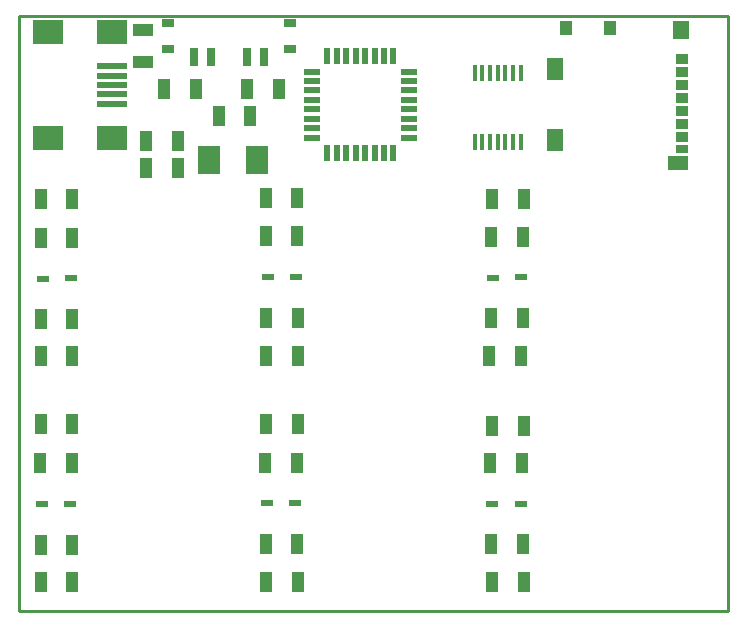
<source format=gtp>
G04*
G04 #@! TF.GenerationSoftware,Altium Limited,Altium Designer,19.0.15 (446)*
G04*
G04 Layer_Color=8421504*
%FSLAX44Y44*%
%MOMM*%
G71*
G01*
G75*
%ADD16C,0.2540*%
%ADD18R,1.0000X0.8000*%
%ADD19R,0.7000X1.5000*%
%ADD20R,2.5000X0.5000*%
%ADD21R,2.5000X2.0000*%
%ADD22R,1.9000X2.4000*%
%ADD23R,1.3500X1.5500*%
%ADD24R,1.8000X1.1700*%
%ADD25R,1.3500X1.9000*%
%ADD26R,1.0000X1.2000*%
%ADD27R,1.1000X0.8500*%
%ADD28R,1.1000X0.8750*%
%ADD29R,1.1000X0.7500*%
%ADD30R,1.4732X0.5080*%
%ADD31R,0.5080X1.4732*%
%ADD32R,1.1000X1.7000*%
%ADD33R,0.3556X1.4732*%
%ADD34R,1.0000X0.5000*%
%ADD35R,1.7000X1.1000*%
D16*
X-0Y0D02*
X600000D01*
Y-503500D02*
Y0D01*
X-0Y-503500D02*
X600000D01*
X-0D02*
Y0D01*
D18*
X126000Y-6000D02*
D03*
Y-28000D02*
D03*
X229000Y-6000D02*
D03*
Y-28000D02*
D03*
D19*
X147500Y-34500D02*
D03*
X162500D02*
D03*
X192500D02*
D03*
X207500D02*
D03*
D20*
X78850Y-42500D02*
D03*
Y-50500D02*
D03*
Y-58500D02*
D03*
Y-66500D02*
D03*
Y-74500D02*
D03*
D21*
Y-13900D02*
D03*
Y-103100D02*
D03*
X24050Y-13900D02*
D03*
Y-103100D02*
D03*
D22*
X160350Y-122200D02*
D03*
X201350D02*
D03*
D23*
X560250Y-11750D02*
D03*
D24*
X558000Y-124950D02*
D03*
D25*
X453250Y-45000D02*
D03*
Y-104700D02*
D03*
D26*
X463000Y-10000D02*
D03*
X500000D02*
D03*
D27*
X561500Y-36350D02*
D03*
Y-58350D02*
D03*
Y-69350D02*
D03*
Y-80350D02*
D03*
Y-91350D02*
D03*
Y-102350D02*
D03*
D28*
Y-47350D02*
D03*
D29*
Y-112850D02*
D03*
D30*
X247657Y-102990D02*
D03*
Y-95116D02*
D03*
Y-86988D02*
D03*
Y-79114D02*
D03*
Y-70986D02*
D03*
Y-63112D02*
D03*
Y-54984D02*
D03*
Y-47110D02*
D03*
X329953D02*
D03*
Y-54984D02*
D03*
Y-63112D02*
D03*
Y-70986D02*
D03*
Y-79114D02*
D03*
Y-86988D02*
D03*
Y-95116D02*
D03*
Y-102990D02*
D03*
D31*
X260865Y-33902D02*
D03*
X268739D02*
D03*
X276867D02*
D03*
X284741D02*
D03*
X292869D02*
D03*
X300743D02*
D03*
X308871D02*
D03*
X316745D02*
D03*
Y-116198D02*
D03*
X308871D02*
D03*
X300743D02*
D03*
X292869D02*
D03*
X284741D02*
D03*
X276867D02*
D03*
X268739D02*
D03*
X260865D02*
D03*
D32*
X107250Y-128400D02*
D03*
X134250D02*
D03*
X107500Y-106250D02*
D03*
X134500D02*
D03*
X193000Y-61500D02*
D03*
X220000D02*
D03*
X427000Y-346860D02*
D03*
X400000D02*
D03*
X425250Y-378250D02*
D03*
X398250D02*
D03*
X399250Y-447250D02*
D03*
X426250D02*
D03*
X400000Y-479500D02*
D03*
X427000D02*
D03*
X45000Y-188250D02*
D03*
X18000D02*
D03*
X235500Y-186500D02*
D03*
X208500D02*
D03*
X426750Y-187000D02*
D03*
X399750D02*
D03*
X44500Y-378500D02*
D03*
X17500D02*
D03*
X234750Y-378750D02*
D03*
X207750D02*
D03*
X18000Y-288250D02*
D03*
X45000D02*
D03*
X18000Y-256250D02*
D03*
X45000D02*
D03*
Y-155250D02*
D03*
X18000D02*
D03*
X209000Y-288000D02*
D03*
X236000D02*
D03*
X209000Y-256000D02*
D03*
X236000D02*
D03*
X235500Y-154250D02*
D03*
X208500D02*
D03*
X398000Y-288000D02*
D03*
X425000D02*
D03*
X399500Y-256000D02*
D03*
X426500D02*
D03*
X427000Y-155000D02*
D03*
X400000D02*
D03*
X18000Y-479750D02*
D03*
X45000D02*
D03*
X18000Y-448000D02*
D03*
X45000D02*
D03*
Y-345500D02*
D03*
X18000D02*
D03*
X209000Y-479500D02*
D03*
X236000D02*
D03*
X208500Y-446750D02*
D03*
X235500D02*
D03*
X236000Y-345500D02*
D03*
X209000D02*
D03*
X122750Y-61750D02*
D03*
X149750D02*
D03*
X168750Y-84750D02*
D03*
X195750D02*
D03*
D33*
X385442Y-106710D02*
D03*
X392046D02*
D03*
X398396D02*
D03*
X405000D02*
D03*
X411604D02*
D03*
X417954D02*
D03*
X424558D02*
D03*
Y-48290D02*
D03*
X417954D02*
D03*
X411604D02*
D03*
X405000D02*
D03*
X398396D02*
D03*
X392046D02*
D03*
X385442D02*
D03*
D34*
X424500Y-413000D02*
D03*
X400530Y-413140D02*
D03*
X44000Y-222250D02*
D03*
X20030Y-222390D02*
D03*
X234500Y-221000D02*
D03*
X210530Y-221140D02*
D03*
X424750Y-221500D02*
D03*
X400780Y-221640D02*
D03*
X43000Y-413250D02*
D03*
X19030Y-413390D02*
D03*
X233500Y-412500D02*
D03*
X209530Y-412640D02*
D03*
D35*
X104500Y-38750D02*
D03*
Y-11750D02*
D03*
M02*

</source>
